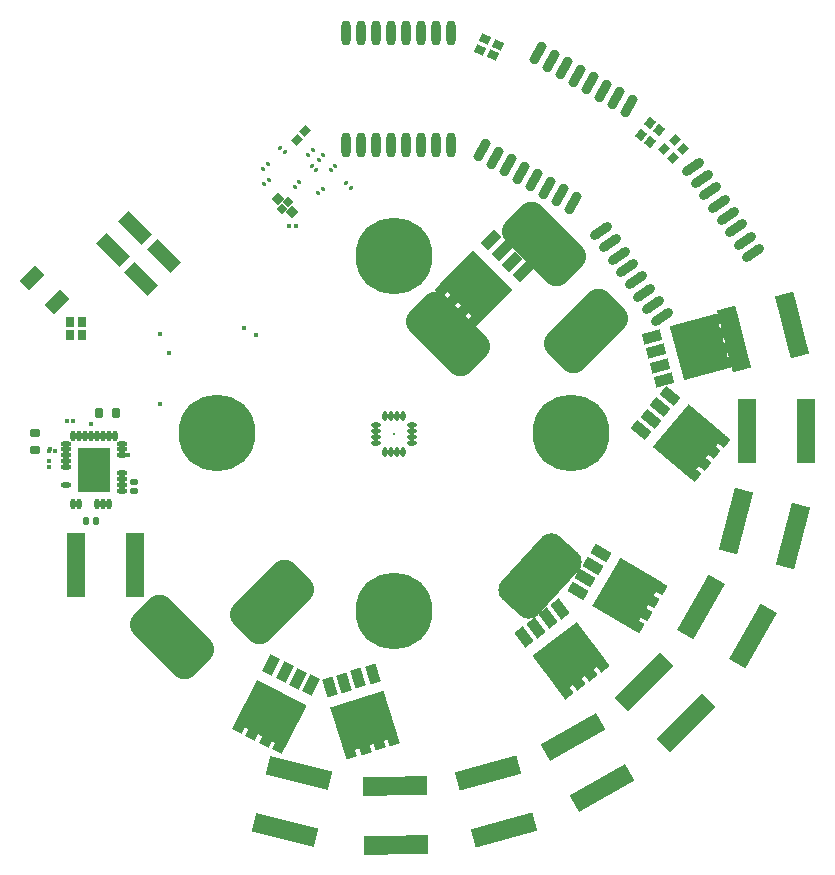
<source format=gbs>
G04 Layer_Color=16711935*
%FSLAX44Y44*%
%MOMM*%
G71*
G01*
G75*
G04:AMPARAMS|DCode=41|XSize=0.32mm|YSize=0.36mm|CornerRadius=0.08mm|HoleSize=0mm|Usage=FLASHONLY|Rotation=45.000|XOffset=0mm|YOffset=0mm|HoleType=Round|Shape=RoundedRectangle|*
%AMROUNDEDRECTD41*
21,1,0.3200,0.2000,0,0,45.0*
21,1,0.1600,0.3600,0,0,45.0*
1,1,0.1600,0.1273,-0.0141*
1,1,0.1600,0.0141,-0.1273*
1,1,0.1600,-0.1273,0.0141*
1,1,0.1600,-0.0141,0.1273*
%
%ADD41ROUNDEDRECTD41*%
G04:AMPARAMS|DCode=43|XSize=0.32mm|YSize=0.36mm|CornerRadius=0.08mm|HoleSize=0mm|Usage=FLASHONLY|Rotation=135.000|XOffset=0mm|YOffset=0mm|HoleType=Round|Shape=RoundedRectangle|*
%AMROUNDEDRECTD43*
21,1,0.3200,0.2000,0,0,135.0*
21,1,0.1600,0.3600,0,0,135.0*
1,1,0.1600,0.0141,0.1273*
1,1,0.1600,0.1273,0.0141*
1,1,0.1600,-0.0141,-0.1273*
1,1,0.1600,-0.1273,-0.0141*
%
%ADD43ROUNDEDRECTD43*%
G04:AMPARAMS|DCode=54|XSize=0.32mm|YSize=0.36mm|CornerRadius=0.08mm|HoleSize=0mm|Usage=FLASHONLY|Rotation=0.000|XOffset=0mm|YOffset=0mm|HoleType=Round|Shape=RoundedRectangle|*
%AMROUNDEDRECTD54*
21,1,0.3200,0.2000,0,0,0.0*
21,1,0.1600,0.3600,0,0,0.0*
1,1,0.1600,0.0800,-0.1000*
1,1,0.1600,-0.0800,-0.1000*
1,1,0.1600,-0.0800,0.1000*
1,1,0.1600,0.0800,0.1000*
%
%ADD54ROUNDEDRECTD54*%
G04:AMPARAMS|DCode=55|XSize=0.32mm|YSize=0.36mm|CornerRadius=0.08mm|HoleSize=0mm|Usage=FLASHONLY|Rotation=270.000|XOffset=0mm|YOffset=0mm|HoleType=Round|Shape=RoundedRectangle|*
%AMROUNDEDRECTD55*
21,1,0.3200,0.2000,0,0,270.0*
21,1,0.1600,0.3600,0,0,270.0*
1,1,0.1600,-0.1000,-0.0800*
1,1,0.1600,-0.1000,0.0800*
1,1,0.1600,0.1000,0.0800*
1,1,0.1600,0.1000,-0.0800*
%
%ADD55ROUNDEDRECTD55*%
G04:AMPARAMS|DCode=59|XSize=0.508mm|YSize=0.6096mm|CornerRadius=0.127mm|HoleSize=0mm|Usage=FLASHONLY|Rotation=180.000|XOffset=0mm|YOffset=0mm|HoleType=Round|Shape=RoundedRectangle|*
%AMROUNDEDRECTD59*
21,1,0.5080,0.3556,0,0,180.0*
21,1,0.2540,0.6096,0,0,180.0*
1,1,0.2540,-0.1270,0.1778*
1,1,0.2540,0.1270,0.1778*
1,1,0.2540,0.1270,-0.1778*
1,1,0.2540,-0.1270,-0.1778*
%
%ADD59ROUNDEDRECTD59*%
G04:AMPARAMS|DCode=60|XSize=0.6096mm|YSize=0.9144mm|CornerRadius=0.1524mm|HoleSize=0mm|Usage=FLASHONLY|Rotation=0.000|XOffset=0mm|YOffset=0mm|HoleType=Round|Shape=RoundedRectangle|*
%AMROUNDEDRECTD60*
21,1,0.6096,0.6096,0,0,0.0*
21,1,0.3048,0.9144,0,0,0.0*
1,1,0.3048,0.1524,-0.3048*
1,1,0.3048,-0.1524,-0.3048*
1,1,0.3048,-0.1524,0.3048*
1,1,0.3048,0.1524,0.3048*
%
%ADD60ROUNDEDRECTD60*%
G04:AMPARAMS|DCode=61|XSize=0.6096mm|YSize=0.9144mm|CornerRadius=0.1524mm|HoleSize=0mm|Usage=FLASHONLY|Rotation=90.000|XOffset=0mm|YOffset=0mm|HoleType=Round|Shape=RoundedRectangle|*
%AMROUNDEDRECTD61*
21,1,0.6096,0.6096,0,0,90.0*
21,1,0.3048,0.9144,0,0,90.0*
1,1,0.3048,0.3048,0.1524*
1,1,0.3048,0.3048,-0.1524*
1,1,0.3048,-0.3048,-0.1524*
1,1,0.3048,-0.3048,0.1524*
%
%ADD61ROUNDEDRECTD61*%
G04:AMPARAMS|DCode=101|XSize=0.508mm|YSize=0.6096mm|CornerRadius=0.127mm|HoleSize=0mm|Usage=FLASHONLY|Rotation=90.000|XOffset=0mm|YOffset=0mm|HoleType=Round|Shape=RoundedRectangle|*
%AMROUNDEDRECTD101*
21,1,0.5080,0.3556,0,0,90.0*
21,1,0.2540,0.6096,0,0,90.0*
1,1,0.2540,0.1778,0.1270*
1,1,0.2540,0.1778,-0.1270*
1,1,0.2540,-0.1778,-0.1270*
1,1,0.2540,-0.1778,0.1270*
%
%ADD101ROUNDEDRECTD101*%
G04:AMPARAMS|DCode=158|XSize=4.2032mm|YSize=7.2032mm|CornerRadius=1.1016mm|HoleSize=0mm|Usage=FLASHONLY|Rotation=135.000|XOffset=0mm|YOffset=0mm|HoleType=Round|Shape=RoundedRectangle|*
%AMROUNDEDRECTD158*
21,1,4.2032,5.0000,0,0,135.0*
21,1,2.0000,7.2032,0,0,135.0*
1,1,2.2032,1.0607,2.4749*
1,1,2.2032,2.4749,1.0607*
1,1,2.2032,-1.0607,-2.4749*
1,1,2.2032,-2.4749,-1.0607*
%
%ADD158ROUNDEDRECTD158*%
G04:AMPARAMS|DCode=159|XSize=4.2032mm|YSize=7.2032mm|CornerRadius=1.1016mm|HoleSize=0mm|Usage=FLASHONLY|Rotation=225.000|XOffset=0mm|YOffset=0mm|HoleType=Round|Shape=RoundedRectangle|*
%AMROUNDEDRECTD159*
21,1,4.2032,5.0000,0,0,225.0*
21,1,2.0000,7.2032,0,0,225.0*
1,1,2.2032,-2.4749,1.0607*
1,1,2.2032,-1.0607,2.4749*
1,1,2.2032,2.4749,-1.0607*
1,1,2.2032,1.0607,-2.4749*
%
%ADD159ROUNDEDRECTD159*%
G04:AMPARAMS|DCode=170|XSize=4.2032mm|YSize=7.2032mm|CornerRadius=1.1016mm|HoleSize=0mm|Usage=FLASHONLY|Rotation=317.500|XOffset=0mm|YOffset=0mm|HoleType=Round|Shape=RoundedRectangle|*
%AMROUNDEDRECTD170*
21,1,4.2032,5.0000,0,0,317.5*
21,1,2.0000,7.2032,0,0,317.5*
1,1,2.2032,-0.9517,-2.5188*
1,1,2.2032,-2.4263,-1.1676*
1,1,2.2032,0.9517,2.5188*
1,1,2.2032,2.4263,1.1676*
%
%ADD170ROUNDEDRECTD170*%
G04:AMPARAMS|DCode=180|XSize=0.7112mm|YSize=0.8128mm|CornerRadius=0mm|HoleSize=0mm|Usage=FLASHONLY|Rotation=315.000|XOffset=0mm|YOffset=0mm|HoleType=Round|Shape=Rectangle|*
%AMROTATEDRECTD180*
4,1,4,-0.5388,-0.0359,0.0359,0.5388,0.5388,0.0359,-0.0359,-0.5388,-0.5388,-0.0359,0.0*
%
%ADD180ROTATEDRECTD180*%

G04:AMPARAMS|DCode=200|XSize=0.9132mm|YSize=1.5732mm|CornerRadius=0mm|HoleSize=0mm|Usage=FLASHONLY|Rotation=315.000|XOffset=0mm|YOffset=0mm|HoleType=Round|Shape=Rectangle|*
%AMROTATEDRECTD200*
4,1,4,-0.8791,-0.2333,0.2333,0.8791,0.8791,0.2333,-0.2333,-0.8791,-0.8791,-0.2333,0.0*
%
%ADD200ROTATEDRECTD200*%

G04:AMPARAMS|DCode=201|XSize=4.0532mm|YSize=4.7232mm|CornerRadius=0mm|HoleSize=0mm|Usage=FLASHONLY|Rotation=225.000|XOffset=0mm|YOffset=0mm|HoleType=Round|Shape=Rectangle|*
%AMROTATEDRECTD201*
4,1,4,-0.2369,3.1029,3.1029,-0.2369,0.2369,-3.1029,-3.1029,0.2369,-0.2369,3.1029,0.0*
%
%ADD201ROTATEDRECTD201*%

%ADD208R,0.7112X0.8128*%
%ADD215C,6.5032*%
%ADD216C,0.4032*%
%ADD217R,1.6032X5.4032*%
%ADD218O,0.9032X0.4532*%
%ADD219O,0.4532X0.9032*%
%ADD220R,2.8032X3.8032*%
G04:AMPARAMS|DCode=221|XSize=2.8032mm|YSize=1.3032mm|CornerRadius=0mm|HoleSize=0mm|Usage=FLASHONLY|Rotation=315.000|XOffset=0mm|YOffset=0mm|HoleType=Round|Shape=Rectangle|*
%AMROTATEDRECTD221*
4,1,4,-1.4518,0.5303,-0.5303,1.4518,1.4518,-0.5303,0.5303,-1.4518,-1.4518,0.5303,0.0*
%
%ADD221ROTATEDRECTD221*%

G04:AMPARAMS|DCode=222|XSize=0.7032mm|YSize=0.8032mm|CornerRadius=0mm|HoleSize=0mm|Usage=FLASHONLY|Rotation=135.000|XOffset=0mm|YOffset=0mm|HoleType=Round|Shape=Rectangle|*
%AMROTATEDRECTD222*
4,1,4,0.5326,0.0353,-0.0353,-0.5326,-0.5326,-0.0353,0.0353,0.5326,0.5326,0.0353,0.0*
%
%ADD222ROTATEDRECTD222*%

G04:AMPARAMS|DCode=223|XSize=0.7112mm|YSize=0.8128mm|CornerRadius=0mm|HoleSize=0mm|Usage=FLASHONLY|Rotation=140.000|XOffset=0mm|YOffset=0mm|HoleType=Round|Shape=Rectangle|*
%AMROTATEDRECTD223*
4,1,4,0.5336,0.0828,0.0112,-0.5399,-0.5336,-0.0828,-0.0112,0.5399,0.5336,0.0828,0.0*
%
%ADD223ROTATEDRECTD223*%

G04:AMPARAMS|DCode=224|XSize=0.7112mm|YSize=0.8128mm|CornerRadius=0mm|HoleSize=0mm|Usage=FLASHONLY|Rotation=65.000|XOffset=0mm|YOffset=0mm|HoleType=Round|Shape=Rectangle|*
%AMROTATEDRECTD224*
4,1,4,0.2180,-0.4940,-0.5186,-0.1505,-0.2180,0.4940,0.5186,0.1505,0.2180,-0.4940,0.0*
%
%ADD224ROTATEDRECTD224*%

%ADD225O,0.8032X2.1032*%
G04:AMPARAMS|DCode=226|XSize=0.8032mm|YSize=2.1032mm|CornerRadius=0mm|HoleSize=0mm|Usage=FLASHONLY|Rotation=330.000|XOffset=0mm|YOffset=0mm|HoleType=Round|Shape=Round|*
%AMOVALD226*
21,1,1.3000,0.8032,0.0000,0.0000,60.0*
1,1,0.8032,-0.3250,-0.5629*
1,1,0.8032,0.3250,0.5629*
%
%ADD226OVALD226*%

G04:AMPARAMS|DCode=227|XSize=0.8032mm|YSize=2.1032mm|CornerRadius=0mm|HoleSize=0mm|Usage=FLASHONLY|Rotation=305.000|XOffset=0mm|YOffset=0mm|HoleType=Round|Shape=Round|*
%AMOVALD227*
21,1,1.3000,0.8032,0.0000,0.0000,35.0*
1,1,0.8032,-0.5324,-0.3728*
1,1,0.8032,0.5324,0.3728*
%
%ADD227OVALD227*%

G04:AMPARAMS|DCode=228|XSize=4.0532mm|YSize=4.7232mm|CornerRadius=0mm|HoleSize=0mm|Usage=FLASHONLY|Rotation=329.603|XOffset=0mm|YOffset=0mm|HoleType=Round|Shape=Rectangle|*
%AMROTATEDRECTD228*
4,1,4,-2.9430,-1.0115,-0.5531,3.0624,2.9430,1.0115,0.5531,-3.0624,-2.9430,-1.0115,0.0*
%
%ADD228ROTATEDRECTD228*%

G04:AMPARAMS|DCode=229|XSize=0.9132mm|YSize=1.5732mm|CornerRadius=0mm|HoleSize=0mm|Usage=FLASHONLY|Rotation=239.603|XOffset=0mm|YOffset=0mm|HoleType=Round|Shape=Rectangle|*
%AMROTATEDRECTD229*
4,1,4,-0.4474,0.7919,0.9095,-0.0042,0.4474,-0.7919,-0.9095,0.0042,-0.4474,0.7919,0.0*
%
%ADD229ROTATEDRECTD229*%

G04:AMPARAMS|DCode=230|XSize=4.0532mm|YSize=4.7232mm|CornerRadius=0mm|HoleSize=0mm|Usage=FLASHONLY|Rotation=307.103|XOffset=0mm|YOffset=0mm|HoleType=Round|Shape=Rectangle|*
%AMROTATEDRECTD230*
4,1,4,-3.1060,0.1917,0.6610,3.0410,3.1060,-0.1917,-0.6610,-3.0410,-3.1060,0.1917,0.0*
%
%ADD230ROTATEDRECTD230*%

G04:AMPARAMS|DCode=231|XSize=0.9132mm|YSize=1.5732mm|CornerRadius=0mm|HoleSize=0mm|Usage=FLASHONLY|Rotation=217.103|XOffset=0mm|YOffset=0mm|HoleType=Round|Shape=Rectangle|*
%AMROTATEDRECTD231*
4,1,4,-0.1104,0.9028,0.8387,-0.3519,0.1104,-0.9028,-0.8387,0.3519,-0.1104,0.9028,0.0*
%
%ADD231ROTATEDRECTD231*%

G04:AMPARAMS|DCode=232|XSize=4.0532mm|YSize=4.7232mm|CornerRadius=0mm|HoleSize=0mm|Usage=FLASHONLY|Rotation=15.093|XOffset=0mm|YOffset=0mm|HoleType=Round|Shape=Rectangle|*
%AMROTATEDRECTD232*
4,1,4,-1.3418,-2.8078,-2.5716,1.7524,1.3418,2.8078,2.5716,-1.7524,-1.3418,-2.8078,0.0*
%
%ADD232ROTATEDRECTD232*%

G04:AMPARAMS|DCode=233|XSize=0.9132mm|YSize=1.5732mm|CornerRadius=0mm|HoleSize=0mm|Usage=FLASHONLY|Rotation=285.093|XOffset=0mm|YOffset=0mm|HoleType=Round|Shape=Rectangle|*
%AMROTATEDRECTD233*
4,1,4,-0.8784,0.2360,0.6406,0.6457,0.8784,-0.2360,-0.6406,-0.6457,-0.8784,0.2360,0.0*
%
%ADD233ROTATEDRECTD233*%

G04:AMPARAMS|DCode=234|XSize=4.0532mm|YSize=4.7232mm|CornerRadius=0mm|HoleSize=0mm|Usage=FLASHONLY|Rotation=319.814|XOffset=0mm|YOffset=0mm|HoleType=Round|Shape=Rectangle|*
%AMROTATEDRECTD234*
4,1,4,-3.0721,-0.4964,-0.0243,3.1119,3.0721,0.4964,0.0243,-3.1119,-3.0721,-0.4964,0.0*
%
%ADD234ROTATEDRECTD234*%

G04:AMPARAMS|DCode=235|XSize=0.9132mm|YSize=1.5732mm|CornerRadius=0mm|HoleSize=0mm|Usage=FLASHONLY|Rotation=229.814|XOffset=0mm|YOffset=0mm|HoleType=Round|Shape=Rectangle|*
%AMROTATEDRECTD235*
4,1,4,-0.3063,0.8564,0.8956,-0.1588,0.3063,-0.8564,-0.8956,0.1588,-0.3063,0.8564,0.0*
%
%ADD235ROTATEDRECTD235*%

G04:AMPARAMS|DCode=236|XSize=5.4032mm|YSize=1.6032mm|CornerRadius=0mm|HoleSize=0mm|Usage=FLASHONLY|Rotation=104.338|XOffset=0mm|YOffset=0mm|HoleType=Round|Shape=Rectangle|*
%AMROTATEDRECTD236*
4,1,4,1.4457,-2.4190,-0.1076,-2.8160,-1.4457,2.4190,0.1076,2.8160,1.4457,-2.4190,0.0*
%
%ADD236ROTATEDRECTD236*%

G04:AMPARAMS|DCode=237|XSize=5.4032mm|YSize=1.6032mm|CornerRadius=0mm|HoleSize=0mm|Usage=FLASHONLY|Rotation=75.309|XOffset=0mm|YOffset=0mm|HoleType=Round|Shape=Rectangle|*
%AMROTATEDRECTD237*
4,1,4,0.0902,-2.8166,-1.4606,-2.4100,-0.0902,2.8166,1.4606,2.4100,0.0902,-2.8166,0.0*
%
%ADD237ROTATEDRECTD237*%

G04:AMPARAMS|DCode=238|XSize=5.4032mm|YSize=1.6032mm|CornerRadius=0mm|HoleSize=0mm|Usage=FLASHONLY|Rotation=60.298|XOffset=0mm|YOffset=0mm|HoleType=Round|Shape=Rectangle|*
%AMROTATEDRECTD238*
4,1,4,-0.6423,-2.7438,-2.0349,-1.9495,0.6423,2.7438,2.0349,1.9495,-0.6423,-2.7438,0.0*
%
%ADD238ROTATEDRECTD238*%

G04:AMPARAMS|DCode=239|XSize=5.4032mm|YSize=1.6032mm|CornerRadius=0mm|HoleSize=0mm|Usage=FLASHONLY|Rotation=45.309|XOffset=0mm|YOffset=0mm|HoleType=Round|Shape=Rectangle|*
%AMROTATEDRECTD239*
4,1,4,-1.3301,-2.4843,-2.4699,-1.3568,1.3301,2.4843,2.4699,1.3568,-1.3301,-2.4843,0.0*
%
%ADD239ROTATEDRECTD239*%

G04:AMPARAMS|DCode=240|XSize=5.4032mm|YSize=1.6032mm|CornerRadius=0mm|HoleSize=0mm|Usage=FLASHONLY|Rotation=29.536|XOffset=0mm|YOffset=0mm|HoleType=Round|Shape=Rectangle|*
%AMROTATEDRECTD240*
4,1,4,-1.9554,-2.0292,-2.7457,-0.6344,1.9554,2.0292,2.7457,0.6344,-1.9554,-2.0292,0.0*
%
%ADD240ROTATEDRECTD240*%

G04:AMPARAMS|DCode=241|XSize=5.4032mm|YSize=1.6032mm|CornerRadius=0mm|HoleSize=0mm|Usage=FLASHONLY|Rotation=15.450|XOffset=0mm|YOffset=0mm|HoleType=Round|Shape=Rectangle|*
%AMROTATEDRECTD241*
4,1,4,-2.3904,-1.4923,-2.8175,0.0529,2.3904,1.4923,2.8175,-0.0529,-2.3904,-1.4923,0.0*
%
%ADD241ROTATEDRECTD241*%

G04:AMPARAMS|DCode=242|XSize=5.4032mm|YSize=1.6032mm|CornerRadius=0mm|HoleSize=0mm|Usage=FLASHONLY|Rotation=0.224|XOffset=0mm|YOffset=0mm|HoleType=Round|Shape=Rectangle|*
%AMROTATEDRECTD242*
4,1,4,-2.6985,-0.8121,-2.7047,0.7911,2.6985,0.8121,2.7047,-0.7911,-2.6985,-0.8121,0.0*
%
%ADD242ROTATEDRECTD242*%

G04:AMPARAMS|DCode=243|XSize=5.4032mm|YSize=1.6032mm|CornerRadius=0mm|HoleSize=0mm|Usage=FLASHONLY|Rotation=346.026|XOffset=0mm|YOffset=0mm|HoleType=Round|Shape=Rectangle|*
%AMROTATEDRECTD243*
4,1,4,-2.8152,-0.1255,-2.4281,1.4303,2.8152,0.1255,2.4281,-1.4303,-2.8152,-0.1255,0.0*
%
%ADD243ROTATEDRECTD243*%

G04:AMPARAMS|DCode=244|XSize=4.0532mm|YSize=4.7232mm|CornerRadius=0mm|HoleSize=0mm|Usage=FLASHONLY|Rotation=287.500|XOffset=0mm|YOffset=0mm|HoleType=Round|Shape=Rectangle|*
%AMROTATEDRECTD244*
4,1,4,-2.8617,1.2227,1.6429,2.6429,2.8617,-1.2227,-1.6429,-2.6429,-2.8617,1.2227,0.0*
%
%ADD244ROTATEDRECTD244*%

G04:AMPARAMS|DCode=245|XSize=0.9132mm|YSize=1.5732mm|CornerRadius=0mm|HoleSize=0mm|Usage=FLASHONLY|Rotation=197.500|XOffset=0mm|YOffset=0mm|HoleType=Round|Shape=Rectangle|*
%AMROTATEDRECTD245*
4,1,4,0.1989,0.8875,0.6720,-0.6129,-0.1989,-0.8875,-0.6720,0.6129,0.1989,0.8875,0.0*
%
%ADD245ROTATEDRECTD245*%

G04:AMPARAMS|DCode=246|XSize=1.1176mm|YSize=1.8034mm|CornerRadius=0mm|HoleSize=0mm|Usage=FLASHONLY|Rotation=134.998|XOffset=0mm|YOffset=0mm|HoleType=Round|Shape=Rectangle|*
%AMROTATEDRECTD246*
4,1,4,1.0327,0.2424,-0.2425,-1.0327,-1.0327,-0.2424,0.2425,1.0327,1.0327,0.2424,0.0*
%
%ADD246ROTATEDRECTD246*%

%ADD247P,0.8530X4X360.0*%
G04:AMPARAMS|DCode=248|XSize=0.7532mm|YSize=0.8032mm|CornerRadius=0mm|HoleSize=0mm|Usage=FLASHONLY|Rotation=315.000|XOffset=0mm|YOffset=0mm|HoleType=Round|Shape=Rectangle|*
%AMROTATEDRECTD248*
4,1,4,-0.5503,-0.0177,0.0177,0.5503,0.5503,0.0177,-0.0177,-0.5503,-0.5503,-0.0177,0.0*
%
%ADD248ROTATEDRECTD248*%

G04:AMPARAMS|DCode=249|XSize=4.0532mm|YSize=4.7232mm|CornerRadius=0mm|HoleSize=0mm|Usage=FLASHONLY|Rotation=242.500|XOffset=0mm|YOffset=0mm|HoleType=Round|Shape=Rectangle|*
%AMROTATEDRECTD249*
4,1,4,-1.1590,2.8881,3.0305,0.7071,1.1590,-2.8881,-3.0305,-0.7071,-1.1590,2.8881,0.0*
%
%ADD249ROTATEDRECTD249*%

G04:AMPARAMS|DCode=250|XSize=0.9132mm|YSize=1.5732mm|CornerRadius=0mm|HoleSize=0mm|Usage=FLASHONLY|Rotation=152.500|XOffset=0mm|YOffset=0mm|HoleType=Round|Shape=Rectangle|*
%AMROTATEDRECTD250*
4,1,4,0.7682,0.4869,0.0418,-0.9086,-0.7682,-0.4869,-0.0418,0.9086,0.7682,0.4869,0.0*
%
%ADD250ROTATEDRECTD250*%

%ADD251R,0.2032X0.2032*%
%ADD252O,0.4532X0.8032*%
%ADD253O,0.8032X0.4532*%
D41*
X904800Y873050D02*
D03*
X908760Y877010D02*
D03*
X909320Y905510D02*
D03*
X905360Y901550D02*
D03*
X896620Y905510D02*
D03*
X900580Y909470D02*
D03*
X858520Y894080D02*
D03*
X862480Y898040D02*
D03*
X919480Y896620D02*
D03*
X915520Y892660D02*
D03*
X889000Y882650D02*
D03*
X885040Y878690D02*
D03*
X863040Y884630D02*
D03*
X859080Y880670D02*
D03*
D43*
X928545Y881760D02*
D03*
X932504Y877800D02*
D03*
X899493Y896638D02*
D03*
X903453Y892678D02*
D03*
X872490Y911860D02*
D03*
X876450Y907900D02*
D03*
D54*
X880110Y845820D02*
D03*
X885710D02*
D03*
X691938Y679958D02*
D03*
X697538Y679958D02*
D03*
X676650Y655320D02*
D03*
X682250Y655320D02*
D03*
D55*
X676910Y646690D02*
D03*
Y641090D02*
D03*
D59*
X716470Y595630D02*
D03*
X708470Y595630D02*
D03*
D60*
X733440Y687070D02*
D03*
X719440Y687070D02*
D03*
D61*
X665480Y655940D02*
D03*
Y669940D02*
D03*
D101*
X749300Y620840D02*
D03*
X749300Y628840D02*
D03*
D158*
X866140Y527050D02*
D03*
X1131570Y756920D02*
D03*
D159*
X781050Y497840D02*
D03*
X1014730Y754380D02*
D03*
X1096010Y830580D02*
D03*
D170*
X1093123Y549341D02*
D03*
D180*
X1213902Y910808D02*
D03*
X1206774Y917936D02*
D03*
X1204956Y903244D02*
D03*
X1197828Y910372D02*
D03*
D200*
X1012206Y794127D02*
D03*
X1021186Y785147D02*
D03*
X1030166Y776166D02*
D03*
X1039147Y767186D02*
D03*
X1078320Y806360D02*
D03*
X1069340Y815340D02*
D03*
X1060360Y824320D02*
D03*
X1051379Y833300D02*
D03*
D201*
X1038546Y793526D02*
D03*
D208*
X694690Y764540D02*
D03*
X704770Y764540D02*
D03*
X694690Y753110D02*
D03*
X704770D02*
D03*
D215*
X969026Y519742D02*
D03*
Y819742D02*
D03*
X1119026Y669742D02*
D03*
X819026Y669742D02*
D03*
D216*
X852170Y753110D02*
D03*
X778510Y737870D02*
D03*
X712470Y678180D02*
D03*
X770890Y694690D02*
D03*
Y754380D02*
D03*
X842010Y759460D02*
D03*
X677920Y656590D02*
D03*
X744220Y651510D02*
D03*
D217*
X750170Y558800D02*
D03*
X700170Y558800D02*
D03*
X1317859Y672020D02*
D03*
X1267861Y671640D02*
D03*
D218*
X691140Y626270D02*
D03*
X691140Y641270D02*
D03*
Y646270D02*
D03*
X691140Y651270D02*
D03*
X691140Y656270D02*
D03*
X691140Y661270D02*
D03*
X739140Y661270D02*
D03*
X739140Y656270D02*
D03*
X739140Y651270D02*
D03*
X739140Y636270D02*
D03*
X739140Y631270D02*
D03*
X739140Y626270D02*
D03*
X739140Y621270D02*
D03*
D219*
X697640Y667770D02*
D03*
X702640Y667770D02*
D03*
X707640Y667770D02*
D03*
X712640Y667770D02*
D03*
X717640Y667770D02*
D03*
X722640Y667770D02*
D03*
X727640Y667770D02*
D03*
X732640Y667770D02*
D03*
X727640Y609770D02*
D03*
X722640D02*
D03*
X717640Y609770D02*
D03*
X702640Y609770D02*
D03*
X697640D02*
D03*
D220*
X715140Y638770D02*
D03*
D221*
X749956Y843936D02*
D03*
X730864Y824844D02*
D03*
X774086Y819806D02*
D03*
X754994Y800714D02*
D03*
D222*
X886734Y918484D02*
D03*
X893805Y925556D02*
D03*
D223*
X1178478Y922745D02*
D03*
X1186200Y916266D02*
D03*
X1186160Y932854D02*
D03*
X1193882Y926375D02*
D03*
D224*
X1045986Y1003421D02*
D03*
X1041726Y994285D02*
D03*
X1057483Y998941D02*
D03*
X1053223Y989806D02*
D03*
D225*
X928370Y1008890D02*
D03*
X941070Y1008890D02*
D03*
X953770Y1008890D02*
D03*
X966470Y1008890D02*
D03*
X979170Y1008890D02*
D03*
X991870Y1008890D02*
D03*
X1004570Y1008890D02*
D03*
X1017270Y1008890D02*
D03*
X928370Y913890D02*
D03*
X941070D02*
D03*
X953770Y913890D02*
D03*
X966470Y913890D02*
D03*
X979170Y913890D02*
D03*
X991870Y913890D02*
D03*
X1004570Y913890D02*
D03*
X1017270Y913890D02*
D03*
D226*
X1091425Y991731D02*
D03*
X1102424Y985381D02*
D03*
X1113422Y979031D02*
D03*
X1124421Y972681D02*
D03*
X1135419Y966331D02*
D03*
X1146418Y959981D02*
D03*
X1157416Y953631D02*
D03*
X1168415Y947281D02*
D03*
X1043925Y909459D02*
D03*
X1054924Y903109D02*
D03*
X1065922Y896759D02*
D03*
X1076921Y890409D02*
D03*
X1087919Y884059D02*
D03*
X1098918Y877709D02*
D03*
X1109916Y871359D02*
D03*
X1120915Y865009D02*
D03*
D227*
X1222454Y895506D02*
D03*
X1229739Y885103D02*
D03*
X1237023Y874700D02*
D03*
X1244308Y864296D02*
D03*
X1251592Y853893D02*
D03*
X1258876Y843490D02*
D03*
X1266161Y833087D02*
D03*
X1273445Y822684D02*
D03*
X1144635Y841016D02*
D03*
X1151919Y830613D02*
D03*
X1159203Y820210D02*
D03*
X1166488Y809807D02*
D03*
X1173772Y799404D02*
D03*
X1181057Y789000D02*
D03*
X1188341Y778597D02*
D03*
X1195626Y768194D02*
D03*
D228*
X1166434Y533673D02*
D03*
D229*
X1172493Y508033D02*
D03*
X1178920Y518987D02*
D03*
X1185345Y529941D02*
D03*
X1191771Y540896D02*
D03*
X1143987Y568927D02*
D03*
X1137560Y557973D02*
D03*
X1131135Y547019D02*
D03*
X1124709Y536064D02*
D03*
D230*
X1117165Y479622D02*
D03*
D231*
X1112951Y453614D02*
D03*
X1123080Y461275D02*
D03*
X1133209Y468937D02*
D03*
X1143338Y476598D02*
D03*
X1109918Y520783D02*
D03*
X1099789Y513121D02*
D03*
X1089660Y505460D02*
D03*
X1079531Y497799D02*
D03*
D232*
X1228372Y742884D02*
D03*
D233*
X1250905Y729230D02*
D03*
X1247598Y741492D02*
D03*
X1244291Y753754D02*
D03*
X1240984Y766016D02*
D03*
X1187495Y751590D02*
D03*
X1190802Y739328D02*
D03*
X1194109Y727066D02*
D03*
X1197416Y714805D02*
D03*
D234*
X1218838Y663160D02*
D03*
D235*
X1220449Y636863D02*
D03*
X1228644Y646565D02*
D03*
X1236839Y656267D02*
D03*
X1245034Y665969D02*
D03*
X1202711Y701717D02*
D03*
X1194516Y692015D02*
D03*
X1186321Y682313D02*
D03*
X1178126Y672611D02*
D03*
D236*
X1305651Y761841D02*
D03*
X1257209Y749459D02*
D03*
D237*
X1306883Y582940D02*
D03*
X1258517Y595620D02*
D03*
D238*
X1272665Y498153D02*
D03*
X1229234Y522927D02*
D03*
D239*
X1216653Y424378D02*
D03*
X1181107Y459542D02*
D03*
D240*
X1145164Y369409D02*
D03*
X1120516Y412911D02*
D03*
D241*
X1062030Y334043D02*
D03*
X1048710Y382237D02*
D03*
D242*
X970378Y321710D02*
D03*
X970182Y371710D02*
D03*
D243*
X876613Y333880D02*
D03*
X888687Y382400D02*
D03*
D244*
X943927Y425280D02*
D03*
D245*
X931231Y402194D02*
D03*
X943344Y406013D02*
D03*
X955456Y409832D02*
D03*
X967568Y413651D02*
D03*
X950909Y466487D02*
D03*
X938796Y462667D02*
D03*
X926684Y458848D02*
D03*
X914572Y455029D02*
D03*
D246*
X662683Y801628D02*
D03*
X683353Y780957D02*
D03*
D247*
X874037Y859869D02*
D03*
X879694Y865526D02*
D03*
D248*
X882699Y856863D02*
D03*
X871032Y868531D02*
D03*
D249*
X864921Y432215D02*
D03*
D250*
X839619Y424868D02*
D03*
X850884Y419004D02*
D03*
X862149Y413140D02*
D03*
X873414Y407276D02*
D03*
X898995Y456416D02*
D03*
X887730Y462280D02*
D03*
X876465Y468144D02*
D03*
X865200Y474008D02*
D03*
D251*
X969010Y669290D02*
D03*
D252*
X976510Y684790D02*
D03*
X971510Y684790D02*
D03*
X966510Y684790D02*
D03*
X961510Y684790D02*
D03*
X961510Y653790D02*
D03*
X966510Y653790D02*
D03*
X971510Y653790D02*
D03*
X976510Y653790D02*
D03*
D253*
X953510Y676790D02*
D03*
X953510Y671790D02*
D03*
X953510Y666790D02*
D03*
X953510Y661790D02*
D03*
X984510Y661790D02*
D03*
X984510Y666790D02*
D03*
X984510Y671790D02*
D03*
X984510Y676790D02*
D03*
M02*

</source>
